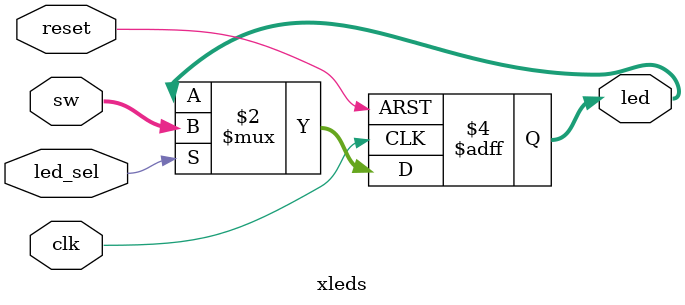
<source format=v>
`timescale 1ns / 1ps
`include "xdefs.vh"

module xleds (
		input 	   reset,
		input 	   clk,
		input 	   led_sel,
	   input [7:0]    	sw,
		output reg [7:0]      	led
		);

 always @(posedge clk,posedge reset)
   if (reset)begin
	  led <= 8'b0;
	  end
   else if(led_sel)
     led <= sw;

endmodule

</source>
